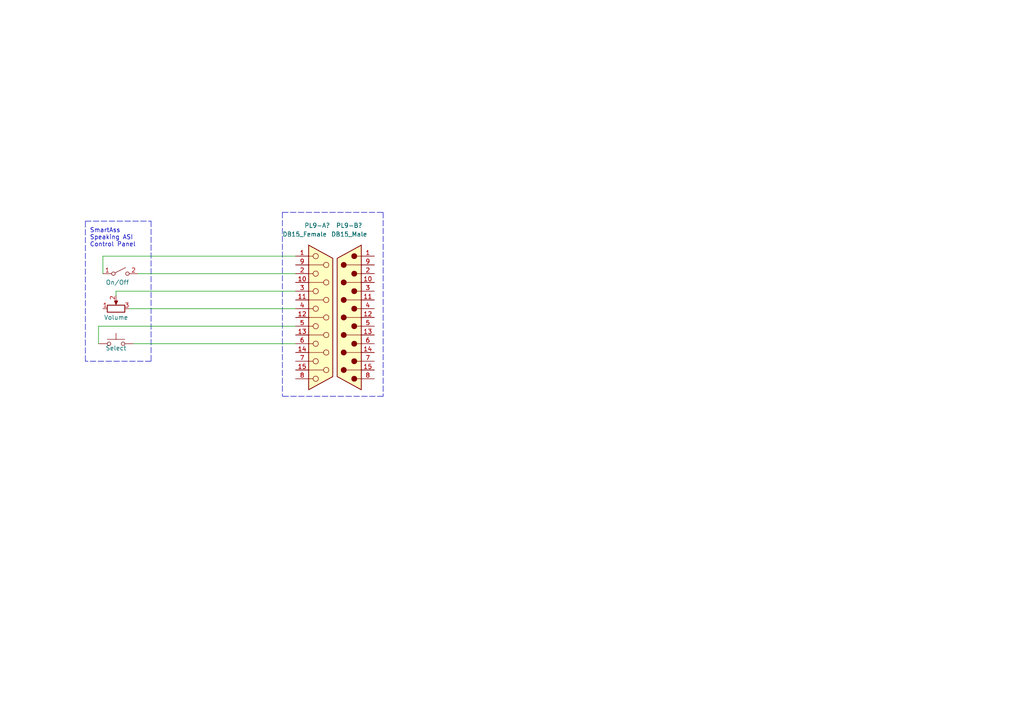
<source format=kicad_sch>
(kicad_sch (version 20211123) (generator eeschema)
  (paper "A4")
  (lib_symbols
    (symbol "Connector:DB15_Female" (pin_names (offset 1.016) hide)
      (property "Reference" "J" (at 0.508 21.59 0))
      (property "Value" "DB15_Female" (at 0 -22.225 0))
      (symbol "DB15_Female_0_1"
        (circle (center -1.778 -17.78) (radius 0.762))
        (circle (center -1.778 -12.7) (radius 0.762))
        (circle (center -1.778 -7.62) (radius 0.762))
        (circle (center -1.778 -2.54) (radius 0.762))
        (circle (center -1.778 2.54) (radius 0.762))
        (circle (center -1.778 7.62) (radius 0.762))
        (circle (center -1.778 12.7) (radius 0.762))
        (circle (center -1.778 17.78) (radius 0.762))
        (polyline (pts (xy -3.81 -17.78) (xy -2.54 -17.78)))
        (polyline (pts (xy -3.81 -15.24) (xy 0.508 -15.24)))
        (polyline (pts (xy -3.81 -12.7) (xy -2.54 -12.7)))
        (polyline (pts (xy -3.81 -10.16) (xy 0.508 -10.16)))
        (polyline (pts (xy -3.81 -7.62) (xy -2.54 -7.62)))
        (polyline (pts (xy -3.81 -5.08) (xy 0.508 -5.08)))
        (polyline (pts (xy -3.81 -2.54) (xy -2.54 -2.54)))
        (polyline (pts (xy -3.81 0) (xy 0.508 0)))
        (polyline (pts (xy -3.81 2.54) (xy -2.54 2.54)))
        (polyline (pts (xy -3.81 5.08) (xy 0.508 5.08)))
        (polyline (pts (xy -3.81 7.62) (xy -2.54 7.62)))
        (polyline (pts (xy -3.81 10.16) (xy 0.508 10.16)))
        (polyline (pts (xy -3.81 12.7) (xy -2.54 12.7)))
        (polyline (pts (xy -3.81 15.24) (xy 0.508 15.24)))
        (polyline (pts (xy -3.81 17.78) (xy -2.54 17.78)))
        (polyline (pts (xy -3.81 20.955) (xy 3.175 17.145) (xy 3.175 -17.145) (xy -3.81 -20.955) (xy -3.81 20.955)) (stroke (width 0.254)) (fill (type background)))
        (circle (center 1.27 -15.24) (radius 0.762))
        (circle (center 1.27 -10.16) (radius 0.762))
        (circle (center 1.27 -5.08) (radius 0.762))
        (circle (center 1.27 0) (radius 0.762))
        (circle (center 1.27 5.08) (radius 0.762))
        (circle (center 1.27 10.16) (radius 0.762))
        (circle (center 1.27 15.24) (radius 0.762))
      )
      (symbol "DB15_Female_1_1"
        (pin passive line (at -7.62 17.78 0) (length 3.81) (name "1") (number "1"))
        (pin passive line (at -7.62 10.16 0) (length 3.81) (name "P10") (number "10"))
        (pin passive line (at -7.62 5.08 0) (length 3.81) (name "P111") (number "11"))
        (pin passive line (at -7.62 0 0) (length 3.81) (name "P12") (number "12"))
        (pin passive line (at -7.62 -5.08 0) (length 3.81) (name "P13") (number "13"))
        (pin passive line (at -7.62 -10.16 0) (length 3.81) (name "P14") (number "14"))
        (pin passive line (at -7.62 -15.24 0) (length 3.81) (name "P15") (number "15"))
        (pin passive line (at -7.62 12.7 0) (length 3.81) (name "2") (number "2"))
        (pin passive line (at -7.62 7.62 0) (length 3.81) (name "3") (number "3"))
        (pin passive line (at -7.62 2.54 0) (length 3.81) (name "4") (number "4"))
        (pin passive line (at -7.62 -2.54 0) (length 3.81) (name "5") (number "5"))
        (pin passive line (at -7.62 -7.62 0) (length 3.81) (name "6") (number "6"))
        (pin passive line (at -7.62 -12.7 0) (length 3.81) (name "7") (number "7"))
        (pin passive line (at -7.62 -17.78 0) (length 3.81) (name "8") (number "8"))
        (pin passive line (at -7.62 15.24 0) (length 3.81) (name "P9") (number "9"))
      )
    )
    (symbol "Connector:DB15_Male" (pin_names (offset 1.016) hide)
      (property "Reference" "J" (at 0.508 21.59 0))
      (property "Value" "DB15_Male" (at 0 -22.225 0))
      (symbol "DB15_Male_0_1"
        (circle (center -1.778 -17.78) (radius 0.762) (fill (type outline)))
        (circle (center -1.778 -12.7) (radius 0.762) (fill (type outline)))
        (circle (center -1.778 -7.62) (radius 0.762) (fill (type outline)))
        (circle (center -1.778 -2.54) (radius 0.762) (fill (type outline)))
        (circle (center -1.778 2.54) (radius 0.762) (fill (type outline)))
        (circle (center -1.778 7.62) (radius 0.762) (fill (type outline)))
        (circle (center -1.778 12.7) (radius 0.762) (fill (type outline)))
        (circle (center -1.778 17.78) (radius 0.762) (fill (type outline)))
        (polyline (pts (xy -3.81 -17.78) (xy -2.54 -17.78)))
        (polyline (pts (xy -3.81 -15.24) (xy 0.508 -15.24)))
        (polyline (pts (xy -3.81 -12.7) (xy -2.54 -12.7)))
        (polyline (pts (xy -3.81 -10.16) (xy 0.508 -10.16)))
        (polyline (pts (xy -3.81 -7.62) (xy -2.54 -7.62)))
        (polyline (pts (xy -3.81 -5.08) (xy 0.508 -5.08)))
        (polyline (pts (xy -3.81 -2.54) (xy -2.54 -2.54)))
        (polyline (pts (xy -3.81 0) (xy 0.508 0)))
        (polyline (pts (xy -3.81 2.54) (xy -2.54 2.54)))
        (polyline (pts (xy -3.81 5.08) (xy 0.508 5.08)))
        (polyline (pts (xy -3.81 7.62) (xy -2.54 7.62)))
        (polyline (pts (xy -3.81 10.16) (xy 0.508 10.16)))
        (polyline (pts (xy -3.81 12.7) (xy -2.54 12.7)))
        (polyline (pts (xy -3.81 15.24) (xy 0.508 15.24)))
        (polyline (pts (xy -3.81 17.78) (xy -2.54 17.78)))
        (polyline (pts (xy -3.81 -20.955) (xy 3.175 -17.145) (xy 3.175 17.145) (xy -3.81 20.955) (xy -3.81 -20.955)) (stroke (width 0.254)) (fill (type background)))
        (circle (center 1.27 -15.24) (radius 0.762) (fill (type outline)))
        (circle (center 1.27 -10.16) (radius 0.762) (fill (type outline)))
        (circle (center 1.27 -5.08) (radius 0.762) (fill (type outline)))
        (circle (center 1.27 0) (radius 0.762) (fill (type outline)))
        (circle (center 1.27 5.08) (radius 0.762) (fill (type outline)))
        (circle (center 1.27 10.16) (radius 0.762) (fill (type outline)))
        (circle (center 1.27 15.24) (radius 0.762) (fill (type outline)))
      )
      (symbol "DB15_Male_1_1"
        (pin passive line (at -7.62 -17.78 0) (length 3.81) (name "1") (number "1"))
        (pin passive line (at -7.62 -10.16 0) (length 3.81) (name "P10") (number "10"))
        (pin passive line (at -7.62 -5.08 0) (length 3.81) (name "P111") (number "11"))
        (pin passive line (at -7.62 0 0) (length 3.81) (name "P12") (number "12"))
        (pin passive line (at -7.62 5.08 0) (length 3.81) (name "P13") (number "13"))
        (pin passive line (at -7.62 10.16 0) (length 3.81) (name "P14") (number "14"))
        (pin passive line (at -7.62 15.24 0) (length 3.81) (name "P15") (number "15"))
        (pin passive line (at -7.62 -12.7 0) (length 3.81) (name "2") (number "2"))
        (pin passive line (at -7.62 -7.62 0) (length 3.81) (name "3") (number "3"))
        (pin passive line (at -7.62 -2.54 0) (length 3.81) (name "4") (number "4"))
        (pin passive line (at -7.62 2.54 0) (length 3.81) (name "5") (number "5"))
        (pin passive line (at -7.62 7.62 0) (length 3.81) (name "6") (number "6"))
        (pin passive line (at -7.62 12.7 0) (length 3.81) (name "7") (number "7"))
        (pin passive line (at -7.62 17.78 0) (length 3.81) (name "8") (number "8"))
        (pin passive line (at -7.62 -15.24 0) (length 3.81) (name "P9") (number "9"))
      )
    )
    (symbol "Device:R_Potentiometer" (pin_names (offset 1.016) hide)
      (property "Reference" "RV" (at -4.445 0 90))
      (property "Value" "R_Potentiometer" (at -2.54 0 90))
      (symbol "R_Potentiometer_0_1"
        (polyline (pts (xy 2.54 0) (xy 1.524 0)))
        (polyline (pts (xy 1.143 0) (xy 2.286 0.508) (xy 2.286 -0.508) (xy 1.143 0)) (fill (type outline)))
        (rectangle (start 1.016 2.54) (end -1.016 -2.54) (stroke (width 0.254)))
      )
      (symbol "R_Potentiometer_1_1"
        (pin passive line (at 0 3.81 270) (length 1.27) (name "1") (number "1"))
        (pin passive line (at 3.81 0 180) (length 1.27) (name "2") (number "2"))
        (pin passive line (at 0 -3.81 90) (length 1.27) (name "3") (number "3"))
      )
    )
    (symbol "Switch:SW_Push" (pin_numbers hide) (pin_names (offset 1.016) hide)
      (property "Reference" "SW" (at 1.27 2.54 0))
      (property "Value" "SW_Push" (at 0 -1.524 0))
      (symbol "SW_Push_0_1"
        (circle (center -2.032 0) (radius 0.508))
        (polyline (pts (xy 0 1.27) (xy 0 3.048)))
        (polyline (pts (xy 2.54 1.27) (xy -2.54 1.27)))
        (circle (center 2.032 0) (radius 0.508))
        (pin passive line (at -5.08 0 0) (length 2.54) (name "1") (number "1"))
        (pin passive line (at 5.08 0 180) (length 2.54) (name "2") (number "2"))
      )
    )
    (symbol "Switch:SW_SPST" (pin_names (offset 0) hide)
      (property "Reference" "SW" (at 0 3.175 0))
      (property "Value" "SW_SPST" (at 0 -2.54 0))
      (symbol "SW_SPST_0_0"
        (circle (center -2.032 0) (radius 0.508))
        (polyline (pts (xy -1.524 0.254) (xy 1.524 1.778)))
        (circle (center 2.032 0) (radius 0.508))
      )
      (symbol "SW_SPST_1_1"
        (pin passive line (at -5.08 0 0) (length 2.54) (name "A") (number "1"))
        (pin passive line (at 5.08 0 180) (length 2.54) (name "B") (number "2"))
      )
    )
  )
  (polyline (pts (xy 81.915 61.595) (xy 81.915 114.935)))
  (polyline (pts (xy 43.815 64.135) (xy 43.815 104.775)))
  (wire (pts (xy 28.575 94.615) (xy 85.725 94.615)))
  (polyline (pts (xy 43.815 104.775) (xy 24.765 104.775)))
  (wire (pts (xy 29.845 74.295) (xy 85.725 74.295)))
  (polyline (pts (xy 111.125 114.935) (xy 81.915 114.935)))
  (wire (pts (xy 28.575 94.615) (xy 28.575 99.695)))
  (polyline (pts (xy 24.765 104.775) (xy 24.765 64.135)))
  (wire (pts (xy 37.465 89.535) (xy 85.725 89.535)))
  (polyline (pts (xy 81.915 61.595) (xy 111.125 61.595)))
  (wire (pts (xy 40.005 79.375) (xy 85.725 79.375)))
  (wire (pts (xy 38.735 99.695) (xy 85.725 99.695)))
  (polyline (pts (xy 111.125 61.595) (xy 111.125 114.935)))
  (wire (pts (xy 33.655 84.455) (xy 85.725 84.455)))
  (wire (pts (xy 33.655 85.725) (xy 33.655 84.455)))
  (polyline (pts (xy 24.765 64.135) (xy 43.815 64.135)))
  (wire (pts (xy 29.845 79.375) (xy 29.845 74.295)))
  (text "SmartAss\nSpeaking ASI\nControl Panel" (at 26.035 71.755 0) (effects (font (size 1.27 1.27)) (justify left bottom)))
  (symbol (lib_id "Switch:SW_SPST") (at 34.925 79.375 0) (unit 1)
    (property "Reference" "SW?" (effects hide))
    (property "Value" "On/Off" (at 37.465 81.915 0) (effects (justify right)))
  )
  (symbol (lib_id "Device:R_Potentiometer") (at 33.655 89.535 90) (unit 1)
    (property "Reference" "RV?" (effects hide))
    (property "Value" "Volume" (at 33.655 92.075 90))
  )
  (symbol (lib_id "Connector:DB15_Female") (at 93.345 92.075 0) (unit 1)
    (property "Reference" "PL9-A?" (at 88.265 65.405 0) (effects (justify left)))
    (property "Value" "DB15_Female" (at 81.915 67.945 0) (effects (justify left)))
    (property "Datasheet" " ~" (effects hide))
  )
  (symbol (lib_id "Switch:SW_Push") (at 33.655 99.695 0) (unit 1)
    (property "Reference" "SW?" (effects hide))
    (property "Value" "Select" (at 33.655 100.965 0))
  )
  (symbol (lib_id "Connector:DB15_Male") (at 100.965 92.075 180) (unit 1)
    (property "Reference" "PL9-B?" (at 101.2825 65.405 0))
    (property "Value" "DB15_Male" (at 101.2825 67.945 0))
    (property "Datasheet" " ~" (effects hide))
  )
)
</source>
